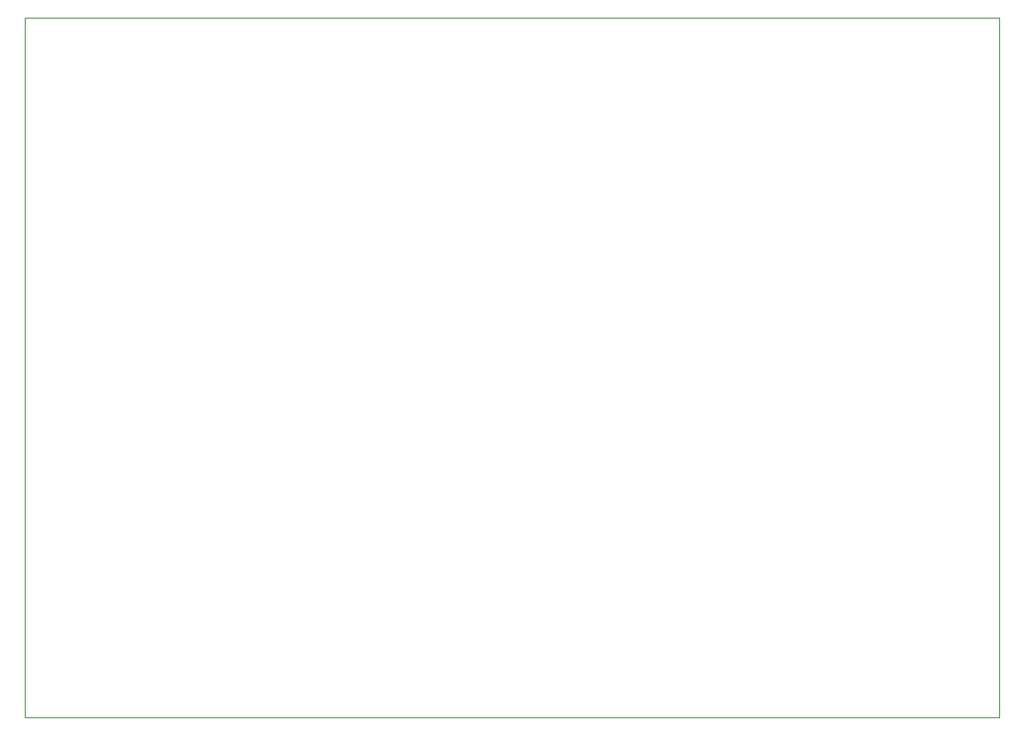
<source format=gbr>
%TF.GenerationSoftware,KiCad,Pcbnew,9.0.6-9.0.6~ubuntu24.04.1*%
%TF.CreationDate,2025-12-07T17:22:10+00:00*%
%TF.ProjectId,board_722039m,626f6172-645f-4373-9232-3033396d2e6b,rev?*%
%TF.SameCoordinates,Original*%
%TF.FileFunction,Profile,NP*%
%FSLAX46Y46*%
G04 Gerber Fmt 4.6, Leading zero omitted, Abs format (unit mm)*
G04 Created by KiCad (PCBNEW 9.0.6-9.0.6~ubuntu24.04.1) date 2025-12-07 17:22:10*
%MOMM*%
%LPD*%
G01*
G04 APERTURE LIST*
%TA.AperFunction,Profile*%
%ADD10C,0.050000*%
%TD*%
G04 APERTURE END LIST*
D10*
X47380000Y-31840000D02*
X140610000Y-31840000D01*
X140610000Y-98840000D01*
X47380000Y-98840000D01*
X47380000Y-31840000D01*
M02*

</source>
